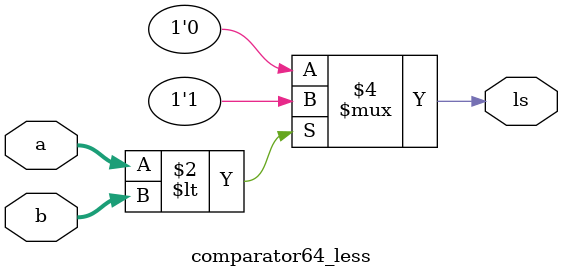
<source format=v>
module comparator64_less(
    input [63:0] a,
    input [63:0] b,
    output reg ls
);

    always @(*) begin
         if (a < b) begin
            ls = 1;
         end else begin
            ls = 0;
	 end
	 end

endmodule

</source>
